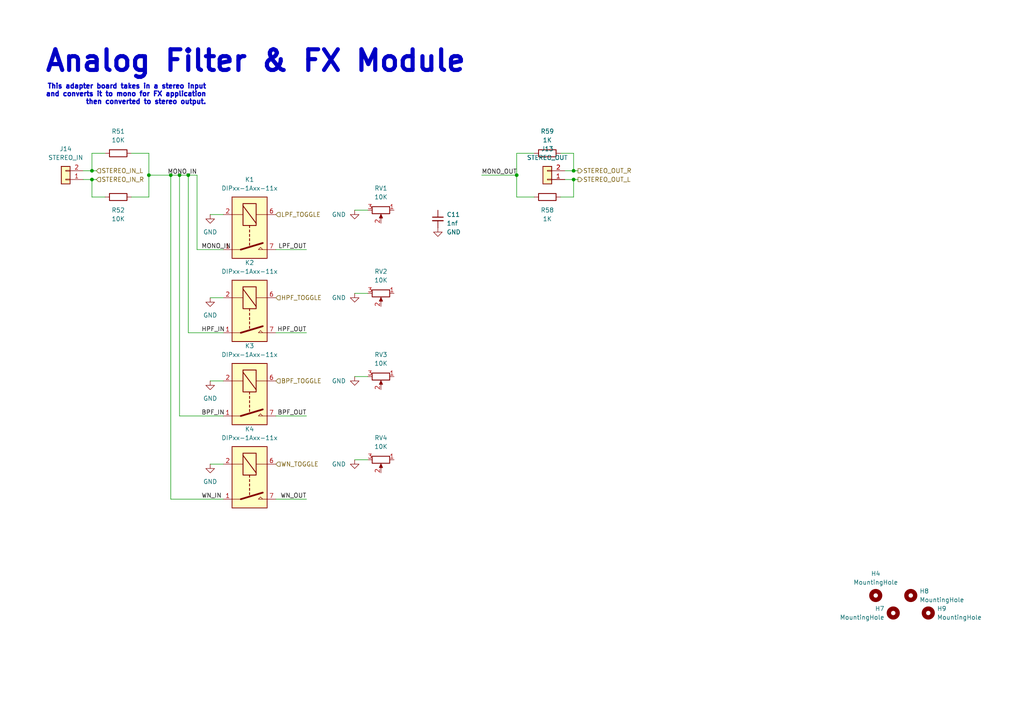
<source format=kicad_sch>
(kicad_sch (version 20250114) (generator "eeschema") (generator_version "9.0")
  (paper "A4")
  (title_block (date "2025-06") (rev "2"))
  (lib_symbols
    (symbol "Connector_Generic:Conn_01x02" (pin_names (offset 1.016) (hide yes))
      (property "Reference" "J" (at 0 2.54 0))
      (property "Value" "Conn_01x02" (at 0 -5.08 0))
      (symbol "Conn_01x02_1_1"
        (rectangle (start -1.27 1.27) (end 1.27 -3.81) (stroke (width 0.254)) (fill (type background)))
        (rectangle (start -1.27 0.127) (end 0 -0.127) (stroke (width 0.1524)))
        (rectangle (start -1.27 -2.413) (end 0 -2.667) (stroke (width 0.1524)))
        (pin passive line (at -5.08 0 0) (length 3.81) (name "Pin_1") (number "1"))
        (pin passive line (at -5.08 -2.54 0) (length 3.81) (name "Pin_2") (number "2"))
      )
    )
    (symbol "Device:C_Small" (pin_numbers (hide yes)) (pin_names (offset 0.254) (hide yes))
      (property "Reference" "C" (at 0.254 1.778 0))
      (property "Value" "C_Small" (at 0.254 -2.032 0))
      (symbol "C_Small_0_1"
        (polyline (pts (xy -1.524 0.508) (xy 1.524 0.508)) (stroke (width 0.3048)))
        (polyline (pts (xy -1.524 -0.508) (xy 1.524 -0.508)) (stroke (width 0.3302)))
      )
      (symbol "C_Small_1_1"
        (pin passive line (at 0 2.54 270) (length 2.032) (name "~") (number "1"))
        (pin passive line (at 0 -2.54 90) (length 2.032) (name "~") (number "2"))
      )
    )
    (symbol "Device:R" (pin_numbers (hide yes)) (pin_names (offset 0))
      (property "Reference" "R" (at 2.032 0 90))
      (property "Value" "R" (at 0 0 90))
      (symbol "R_0_1"
        (rectangle (start -1.016 -2.54) (end 1.016 2.54) (stroke (width 0.254)))
      )
      (symbol "R_1_1"
        (pin passive line (at 0 3.81 270) (length 1.27) (name "~") (number "1"))
        (pin passive line (at 0 -3.81 90) (length 1.27) (name "~") (number "2"))
      )
    )
    (symbol "Device:R_Potentiometer" (pin_names (offset 1.016) (hide yes))
      (property "Reference" "RV" (at -4.445 0 90))
      (property "Value" "R_Potentiometer" (at -2.54 0 90))
      (symbol "R_Potentiometer_0_1"
        (rectangle (start 1.016 2.54) (end -1.016 -2.54) (stroke (width 0.254)))
        (polyline (pts (xy 1.143 0) (xy 2.286 0.508) (xy 2.286 -0.508) (xy 1.143 0)) (fill (type outline)))
        (polyline (pts (xy 2.54 0) (xy 1.524 0)))
      )
      (symbol "R_Potentiometer_1_1"
        (pin passive line (at 0 3.81 270) (length 1.27) (name "1") (number "1"))
        (pin passive line (at 0 -3.81 90) (length 1.27) (name "3") (number "3"))
        (pin passive line (at 3.81 0 180) (length 1.27) (name "2") (number "2"))
      )
    )
    (symbol "Mechanical:MountingHole" (pin_names (offset 1.016)) (in_bom no)
      (property "Reference" "H" (at 0 5.08 0))
      (property "Value" "MountingHole" (at 0 3.175 0))
      (symbol "MountingHole_0_1"
        (circle (center 0 0) (radius 1.27) (stroke (width 1.27)))
      )
    )
    (symbol "Relay:DIPxx-1Axx-11x"
      (property "Reference" "K" (at 8.89 3.81 0))
      (property "Value" "DIPxx-1Axx-11x" (at 8.89 1.27 0))
      (symbol "DIPxx-1Axx-11x_0_0"
        (polyline (pts (xy 5.08 5.08) (xy 5.08 2.54) (xy 4.445 3.175) (xy 5.08 3.81)))
      )
      (symbol "DIPxx-1Axx-11x_0_1"
        (rectangle (start -10.16 5.08) (end 7.62 -5.08) (stroke (width 0.254)) (fill (type background)))
        (rectangle (start -8.255 1.905) (end -1.905 -1.905) (stroke (width 0.254)))
        (polyline (pts (xy -7.62 -1.905) (xy -2.54 1.905)) (stroke (width 0.254)))
        (polyline (pts (xy -5.08 5.08) (xy -5.08 1.905)))
        (polyline (pts (xy -5.08 -5.08) (xy -5.08 -1.905)))
        (polyline (pts (xy -1.905 0) (xy -1.27 0)) (stroke (width 0.254)))
        (polyline (pts (xy -0.635 0) (xy 0 0)) (stroke (width 0.254)))
        (polyline (pts (xy 0.635 0) (xy 1.27 0)) (stroke (width 0.254)))
        (polyline (pts (xy 1.905 0) (xy 2.54 0)) (stroke (width 0.254)))
        (polyline (pts (xy 3.175 0) (xy 3.81 0)) (stroke (width 0.254)))
        (polyline (pts (xy 5.08 -2.54) (xy 3.175 3.81)) (stroke (width 0.508)))
        (polyline (pts (xy 5.08 -2.54) (xy 5.08 -5.08)))
      )
      (symbol "DIPxx-1Axx-11x_1_1"
        (pin passive line (at -5.08 7.62 270) (length 2.54) (name "~") (number "6"))
        (pin passive line (at -5.08 -7.62 90) (length 2.54) (name "~") (number "2"))
        (pin passive line (at 5.08 7.62 270) (length 2.54) (name "~") (number "7"))
        (pin passive line (at 5.08 7.62 270) (length 2.54) (hide yes) (name "~") (number "8"))
        (pin passive line (at 5.08 -7.62 90) (length 2.54) (name "~") (number "1"))
        (pin passive line (at 5.08 -7.62 90) (length 2.54) (hide yes) (name "~") (number "14"))
      )
    )
    (symbol "power:GND" (power) (pin_numbers (hide yes)) (pin_names (offset 0) (hide yes))
      (property "Value" "GND" (at 0 -3.81 0))
      (symbol "GND_0_1"
        (polyline (pts (xy 0 0) (xy 0 -1.27) (xy 1.27 -1.27) (xy 0 -2.54) (xy -1.27 -1.27) (xy 0 -1.27)))
      )
      (symbol "GND_1_1"
        (pin power_in line (at 0 0 270) (length 0) (name "~") (number "1"))
      )
    )
  )
  (text "This adapter board takes in a stereo input\nand converts it to mono for FX application\nthen converted to stereo output." (at 59.944 30.48 0) (effects (font (size 1.397 1.397) (thickness 1.1989) (bold yes)) (justify right bottom)))
  (text "Analog Filter & FX Module" (at 12.7 21.336 0) (effects (font (size 5.9944 5.9944) (thickness 1.1989) (bold yes)) (justify left bottom)))
  (junction (at 52.07 50.8))
  (junction (at 166.37 49.53))
  (junction (at 166.37 52.07))
  (junction (at 54.61 50.8))
  (junction (at 149.86 50.8))
  (junction (at 49.53 50.8))
  (junction (at 26.67 49.53))
  (junction (at 43.18 50.8))
  (junction (at 26.67 52.07))
  (wire (pts (xy 49.53 50.8) (xy 49.53 144.78)))
  (wire (pts (xy 64.77 110.49) (xy 60.96 110.49)))
  (wire (pts (xy 43.18 50.8) (xy 43.18 57.15)))
  (wire (pts (xy 26.67 57.15) (xy 26.67 52.07)))
  (wire (pts (xy 149.86 44.45) (xy 154.94 44.45)))
  (wire (pts (xy 167.64 49.53) (xy 166.37 49.53)))
  (wire (pts (xy 162.56 44.45) (xy 166.37 44.45)))
  (wire (pts (xy 43.18 57.15) (xy 38.1 57.15)))
  (wire (pts (xy 43.18 50.8) (xy 49.53 50.8)))
  (wire (pts (xy 57.15 50.8) (xy 57.15 72.39)))
  (wire (pts (xy 154.94 57.15) (xy 149.86 57.15)))
  (wire (pts (xy 102.87 109.22) (xy 106.68 109.22)))
  (wire (pts (xy 49.53 144.78) (xy 64.77 144.78)))
  (wire (pts (xy 166.37 57.15) (xy 166.37 52.07)))
  (wire (pts (xy 166.37 44.45) (xy 166.37 49.53)))
  (wire (pts (xy 163.83 52.07) (xy 166.37 52.07)))
  (wire (pts (xy 43.18 44.45) (xy 43.18 50.8)))
  (wire (pts (xy 88.9 144.78) (xy 80.01 144.78)))
  (wire (pts (xy 30.48 57.15) (xy 26.67 57.15)))
  (wire (pts (xy 139.7 50.8) (xy 149.86 50.8)))
  (wire (pts (xy 88.9 72.39) (xy 80.01 72.39)))
  (wire (pts (xy 38.1 44.45) (xy 43.18 44.45)))
  (wire (pts (xy 102.87 133.35) (xy 106.68 133.35)))
  (wire (pts (xy 64.77 86.36) (xy 60.96 86.36)))
  (wire (pts (xy 49.53 50.8) (xy 52.07 50.8)))
  (wire (pts (xy 64.77 62.23) (xy 60.96 62.23)))
  (wire (pts (xy 27.94 52.07) (xy 26.67 52.07)))
  (wire (pts (xy 102.87 60.96) (xy 106.68 60.96)))
  (wire (pts (xy 30.48 44.45) (xy 26.67 44.45)))
  (wire (pts (xy 52.07 50.8) (xy 54.61 50.8)))
  (wire (pts (xy 26.67 44.45) (xy 26.67 49.53)))
  (wire (pts (xy 162.56 57.15) (xy 166.37 57.15)))
  (wire (pts (xy 57.15 72.39) (xy 64.77 72.39)))
  (wire (pts (xy 88.9 120.65) (xy 80.01 120.65)))
  (wire (pts (xy 54.61 50.8) (xy 57.15 50.8)))
  (wire (pts (xy 54.61 96.52) (xy 64.77 96.52)))
  (wire (pts (xy 52.07 120.65) (xy 64.77 120.65)))
  (wire (pts (xy 167.64 52.07) (xy 166.37 52.07)))
  (wire (pts (xy 52.07 50.8) (xy 52.07 120.65)))
  (wire (pts (xy 26.67 52.07) (xy 24.13 52.07)))
  (wire (pts (xy 102.87 85.09) (xy 106.68 85.09)))
  (wire (pts (xy 27.94 49.53) (xy 26.67 49.53)))
  (wire (pts (xy 149.86 50.8) (xy 149.86 44.45)))
  (wire (pts (xy 163.83 49.53) (xy 166.37 49.53)))
  (wire (pts (xy 88.9 96.52) (xy 80.01 96.52)))
  (wire (pts (xy 149.86 57.15) (xy 149.86 50.8)))
  (wire (pts (xy 64.77 134.62) (xy 60.96 134.62)))
  (wire (pts (xy 26.67 49.53) (xy 24.13 49.53)))
  (wire (pts (xy 54.61 96.52) (xy 54.61 50.8)))
  (label "BPF_IN" (at 58.42 120.65 0))
  (label "HPF_OUT" (at 88.9 96.52 180))
  (label "HPF_IN" (at 58.42 96.52 0))
  (label "BPF_OUT" (at 88.9 120.65 180))
  (label "MONO_IN" (at 57.15 50.8 180))
  (label "MONO_OUT" (at 139.7 50.8 0))
  (label "WN_IN" (at 58.42 144.78 0))
  (label "LPF_OUT" (at 88.9 72.39 180))
  (label "MONO_IN" (at 58.42 72.39 0))
  (label "WN_OUT" (at 88.9 144.78 180))
  (hierarchical_label "HPF_TOGGLE" (shape input) (at 80.01 86.36 0))
  (hierarchical_label "BPF_TOGGLE" (shape input) (at 80.01 110.49 0))
  (hierarchical_label "STEREO_OUT_L" (shape output) (at 167.64 52.07 0))
  (hierarchical_label "STEREO_IN_L" (shape input) (at 27.94 49.53 0))
  (hierarchical_label "STEREO_OUT_R" (shape output) (at 167.64 49.53 0))
  (hierarchical_label "LPF_TOGGLE" (shape input) (at 80.01 62.23 0))
  (hierarchical_label "WN_TOGGLE" (shape input) (at 80.01 134.62 0))
  (hierarchical_label "STEREO_IN_R" (shape input) (at 27.94 52.07 0))
  (symbol (lib_id "Device:C_Small") (at 127 63.5 0) (unit 1)
    (property "Reference" "C11" (at 129.54 62.2362 0) (effects (justify left)))
    (property "Value" "1nf" (at 129.54 64.7762 0) (effects (justify left)))
    (property "Footprint" "Capacitor_SMD:C_0805_2012Metric" (effects (hide yes)))
    (property "Description" "Unpolarized capacitor, small symbol" (effects (hide yes)))
  )
  (symbol (lib_id "Mechanical:MountingHole") (at 254 172.72 0) (unit 1) (in_bom no)
    (property "Reference" "H4" (at 254 166.37 0))
    (property "Value" "MountingHole" (at 254 168.91 0))
    (property "Footprint" "MountingHole:MountingHole_3.2mm_M3" (effects (hide yes)))
    (property "Description" "Mounting Hole without connection" (effects (hide yes)))
  )
  (symbol (lib_id "Device:R") (at 34.29 44.45 90) (unit 1)
    (property "Reference" "R51" (at 34.29 38.1 90))
    (property "Value" "10K" (at 34.29 40.64 90))
    (property "Footprint" "Resistor_SMD:R_0805_2012Metric_Pad1.20x1.40mm_HandSolder" (effects (hide yes)))
    (property "Description" "Resistor" (effects (hide yes)))
    (property "DigiKey_Part_Number" "311-10.0KCRCT-ND" (effects (hide yes)))
    (property "Price" "0.0129" (effects (hide yes)))
  )
  (symbol (lib_id "Device:R") (at 158.75 44.45 270) (unit 1)
    (property "Reference" "R59" (at 158.75 38.1 90))
    (property "Value" "1K" (at 158.75 40.64 90))
    (property "Footprint" "Resistor_SMD:R_0805_2012Metric_Pad1.20x1.40mm_HandSolder" (effects (hide yes)))
    (property "Description" "Resistor" (effects (hide yes)))
    (property "DigiKey_Part_Number" "311-10.0KCRCT-ND" (effects (hide yes)))
    (property "Price" "0.0129" (effects (hide yes)))
  )
  (symbol (lib_id "power:GND") (at 102.87 133.35 0) (unit 1)
    (property "Reference" "#PWR0120" (effects (hide yes)))
    (property "Value" "GND" (at 100.33 134.6199 0) (effects (justify right)))
    (property "Description" "Power symbol creates a global label with name \"GND\" , ground" (effects (hide yes)))
  )
  (symbol (lib_id "power:GND") (at 102.87 60.96 0) (unit 1)
    (property "Reference" "#PWR0111" (effects (hide yes)))
    (property "Value" "GND" (at 100.33 62.2299 0) (effects (justify right)))
    (property "Description" "Power symbol creates a global label with name \"GND\" , ground" (effects (hide yes)))
  )
  (symbol (lib_id "Device:R_Potentiometer") (at 110.49 85.09 270) (unit 1)
    (property "Reference" "RV2" (at 110.49 78.74 90))
    (property "Value" "10K" (at 110.49 81.28 90))
    (property "Footprint" "Potentiometer_THT:Potentiometer_Alps_RK09Y11_Single_Horizontal" (effects (hide yes)))
    (property "Description" "Potentiometer" (effects (hide yes)))
  )
  (symbol (lib_id "power:GND") (at 60.96 86.36 0) (mirror y) (unit 1)
    (property "Reference" "#PWR0133" (effects (hide yes)))
    (property "Value" "GND" (at 60.96 91.44 0))
    (property "Description" "Power symbol creates a global label with name \"GND\" , ground" (effects (hide yes)))
  )
  (symbol (lib_id "power:GND") (at 102.87 109.22 0) (unit 1)
    (property "Reference" "#PWR0119" (effects (hide yes)))
    (property "Value" "GND" (at 100.33 110.4899 0) (effects (justify right)))
    (property "Description" "Power symbol creates a global label with name \"GND\" , ground" (effects (hide yes)))
  )
  (symbol (lib_id "Relay:DIPxx-1Axx-11x") (at 72.39 115.57 270) (unit 1)
    (property "Reference" "K3" (at 72.39 100.33 90))
    (property "Value" "DIPxx-1Axx-11x" (at 72.39 102.87 90))
    (property "Footprint" "Relay_THT:Relay_StandexMeder_DIP_LowProfile" (effects (hide yes)))
    (property "Datasheet" "https://standexelectronics.com/wp-content/uploads/datasheet_reed_relay_DIP.pdf" (effects (hide yes)))
    (property "Description" "Standex Meder DIP reed relay, SPST, Closing Contact" (effects (hide yes)))
  )
  (symbol (lib_id "Device:R") (at 158.75 57.15 270) (unit 1)
    (property "Reference" "R58" (at 158.75 60.96 90))
    (property "Value" "1K" (at 158.75 63.5 90))
    (property "Footprint" "Resistor_SMD:R_0805_2012Metric_Pad1.20x1.40mm_HandSolder" (effects (hide yes)))
    (property "Description" "Resistor" (effects (hide yes)))
    (property "DigiKey_Part_Number" "311-10.0KCRCT-ND" (effects (hide yes)))
    (property "Price" "0.0129" (effects (hide yes)))
  )
  (symbol (lib_id "power:GND") (at 102.87 85.09 0) (unit 1)
    (property "Reference" "#PWR0114" (effects (hide yes)))
    (property "Value" "GND" (at 100.33 86.3599 0) (effects (justify right)))
    (property "Description" "Power symbol creates a global label with name \"GND\" , ground" (effects (hide yes)))
  )
  (symbol (lib_id "Device:R") (at 34.29 57.15 90) (unit 1)
    (property "Reference" "R52" (at 34.29 60.96 90))
    (property "Value" "10K" (at 34.29 63.5 90))
    (property "Footprint" "Resistor_SMD:R_0805_2012Metric_Pad1.20x1.40mm_HandSolder" (effects (hide yes)))
    (property "Description" "Resistor" (effects (hide yes)))
    (property "DigiKey_Part_Number" "311-10.0KCRCT-ND" (effects (hide yes)))
    (property "Price" "0.0129" (effects (hide yes)))
  )
  (symbol (lib_id "Relay:DIPxx-1Axx-11x") (at 72.39 139.7 270) (unit 1)
    (property "Reference" "K4" (at 72.39 124.46 90))
    (property "Value" "DIPxx-1Axx-11x" (at 72.39 127 90))
    (property "Footprint" "Relay_THT:Relay_StandexMeder_DIP_LowProfile" (effects (hide yes)))
    (property "Datasheet" "https://standexelectronics.com/wp-content/uploads/datasheet_reed_relay_DIP.pdf" (effects (hide yes)))
    (property "Description" "Standex Meder DIP reed relay, SPST, Closing Contact" (effects (hide yes)))
  )
  (symbol (lib_id "power:GND") (at 60.96 62.23 0) (mirror y) (unit 1)
    (property "Reference" "#PWR0128" (effects (hide yes)))
    (property "Value" "GND" (at 60.96 67.31 0))
    (property "Description" "Power symbol creates a global label with name \"GND\" , ground" (effects (hide yes)))
  )
  (symbol (lib_id "Mechanical:MountingHole") (at 259.08 177.8 0) (unit 1) (in_bom no)
    (property "Reference" "H7" (at 256.54 176.5299 0) (effects (justify right)))
    (property "Value" "MountingHole" (at 256.54 179.0699 0) (effects (justify right)))
    (property "Footprint" "MountingHole:MountingHole_3.2mm_M3" (effects (hide yes)))
    (property "Description" "Mounting Hole without connection" (effects (hide yes)))
  )
  (symbol (lib_id "Connector_Generic:Conn_01x02") (at 19.05 52.07 180) (unit 1)
    (property "Reference" "J14" (at 19.05 43.18 0))
    (property "Value" "STEREO_IN" (at 19.05 45.72 0))
    (property "Footprint" "Connector_PinHeader_1.00mm:PinHeader_1x02_P1.00mm_Vertical" (effects (hide yes)))
    (property "Description" "Generic connector, single row, 01x02, script generated (kicad-library-utils/schlib/autogen/connector/)" (effects (hide yes)))
  )
  (symbol (lib_id "power:GND") (at 60.96 110.49 0) (mirror y) (unit 1)
    (property "Reference" "#PWR0134" (effects (hide yes)))
    (property "Value" "GND" (at 60.96 115.57 0))
    (property "Description" "Power symbol creates a global label with name \"GND\" , ground" (effects (hide yes)))
  )
  (symbol (lib_id "Relay:DIPxx-1Axx-11x") (at 72.39 67.31 270) (unit 1)
    (property "Reference" "K1" (at 72.39 52.07 90))
    (property "Value" "DIPxx-1Axx-11x" (at 72.39 54.61 90))
    (property "Footprint" "Relay_THT:Relay_StandexMeder_DIP_LowProfile" (effects (hide yes)))
    (property "Datasheet" "https://standexelectronics.com/wp-content/uploads/datasheet_reed_relay_DIP.pdf" (effects (hide yes)))
    (property "Description" "Standex Meder DIP reed relay, SPST, Closing Contact" (effects (hide yes)))
  )
  (symbol (lib_id "Device:R_Potentiometer") (at 110.49 60.96 270) (unit 1)
    (property "Reference" "RV1" (at 110.49 54.61 90))
    (property "Value" "10K" (at 110.49 57.15 90))
    (property "Footprint" "Potentiometer_THT:Potentiometer_Alps_RK09Y11_Single_Horizontal" (effects (hide yes)))
    (property "Description" "Potentiometer" (effects (hide yes)))
  )
  (symbol (lib_id "Mechanical:MountingHole") (at 269.24 177.8 0) (unit 1) (in_bom no)
    (property "Reference" "H9" (at 271.78 176.5299 0) (effects (justify left)))
    (property "Value" "MountingHole" (at 271.78 179.0699 0) (effects (justify left)))
    (property "Footprint" "MountingHole:MountingHole_3.2mm_M3" (effects (hide yes)))
    (property "Description" "Mounting Hole without connection" (effects (hide yes)))
  )
  (symbol (lib_id "power:GND") (at 127 66.04 0) (unit 1)
    (property "Reference" "#PWR069" (effects (hide yes)))
    (property "Value" "GND" (at 129.54 67.3099 0) (effects (justify left)))
    (property "Description" "Power symbol creates a global label with name \"GND\" , ground" (effects (hide yes)))
  )
  (symbol (lib_id "Device:R_Potentiometer") (at 110.49 109.22 270) (unit 1)
    (property "Reference" "RV3" (at 110.49 102.87 90))
    (property "Value" "10K" (at 110.49 105.41 90))
    (property "Footprint" "Potentiometer_THT:Potentiometer_Alps_RK09Y11_Single_Horizontal" (effects (hide yes)))
    (property "Description" "Potentiometer" (effects (hide yes)))
  )
  (symbol (lib_id "Mechanical:MountingHole") (at 264.16 172.72 0) (unit 1) (in_bom no)
    (property "Reference" "H8" (at 266.7 171.4499 0) (effects (justify left)))
    (property "Value" "MountingHole" (at 266.7 173.9899 0) (effects (justify left)))
    (property "Footprint" "MountingHole:MountingHole_3.2mm_M3" (effects (hide yes)))
    (property "Description" "Mounting Hole without connection" (effects (hide yes)))
  )
  (symbol (lib_id "Connector_Generic:Conn_01x02") (at 158.75 52.07 180) (unit 1)
    (property "Reference" "J13" (at 158.75 43.18 0))
    (property "Value" "STEREO_OUT" (at 158.75 45.72 0))
    (property "Footprint" "Connector_PinHeader_1.00mm:PinHeader_1x02_P1.00mm_Vertical" (effects (hide yes)))
    (property "Description" "Generic connector, single row, 01x02, script generated (kicad-library-utils/schlib/autogen/connector/)" (effects (hide yes)))
  )
  (symbol (lib_id "Relay:DIPxx-1Axx-11x") (at 72.39 91.44 270) (unit 1)
    (property "Reference" "K2" (at 72.39 76.2 90))
    (property "Value" "DIPxx-1Axx-11x" (at 72.39 78.74 90))
    (property "Footprint" "Relay_THT:Relay_StandexMeder_DIP_LowProfile" (effects (hide yes)))
    (property "Datasheet" "https://standexelectronics.com/wp-content/uploads/datasheet_reed_relay_DIP.pdf" (effects (hide yes)))
    (property "Description" "Standex Meder DIP reed relay, SPST, Closing Contact" (effects (hide yes)))
  )
  (symbol (lib_id "Device:R_Potentiometer") (at 110.49 133.35 270) (unit 1)
    (property "Reference" "RV4" (at 110.49 127 90))
    (property "Value" "10K" (at 110.49 129.54 90))
    (property "Footprint" "Potentiometer_THT:Potentiometer_Alps_RK09Y11_Single_Horizontal" (effects (hide yes)))
    (property "Description" "Potentiometer" (effects (hide yes)))
  )
  (symbol (lib_id "power:GND") (at 60.96 134.62 0) (mirror y) (unit 1)
    (property "Reference" "#PWR0135" (effects (hide yes)))
    (property "Value" "GND" (at 60.96 139.7 0))
    (property "Description" "Power symbol creates a global label with name \"GND\" , ground" (effects (hide yes)))
  )
)
</source>
